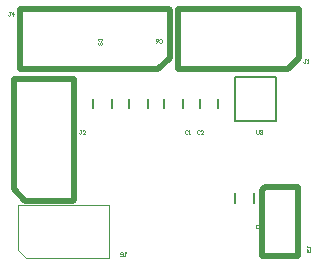
<source format=gto>
G04 Layer_Color=65535*
%FSLAX44Y44*%
%MOMM*%
G71*
G01*
G75*
%ADD25C,0.1000*%
%ADD26C,0.2000*%
%ADD27C,0.5000*%
D25*
X1478000Y950500D02*
Y960000D01*
Y922000D02*
Y931500D01*
Y922000D02*
X1485000Y915000D01*
X1478000Y931500D02*
Y950500D01*
Y960000D02*
X1555000D01*
Y915000D02*
Y960000D01*
X1485000Y915000D02*
X1555000D01*
X1568001Y917001D02*
X1569000D01*
X1568501D01*
Y919500D01*
X1569000Y920000D01*
X1569500D01*
X1570000Y919500D01*
X1565002Y917001D02*
X1567001D01*
Y918501D01*
X1566001Y918001D01*
X1565502D01*
X1565002Y918501D01*
Y919500D01*
X1565502Y920000D01*
X1566501D01*
X1567001Y919500D01*
X1621999Y1022499D02*
X1621499Y1022999D01*
X1620500D01*
X1620000Y1022499D01*
Y1020500D01*
X1620500Y1020000D01*
X1621499D01*
X1621999Y1020500D01*
X1622999Y1020000D02*
X1623999D01*
X1623499D01*
Y1022999D01*
X1622999Y1022499D01*
X1631999D02*
X1631499Y1022999D01*
X1630500D01*
X1630000Y1022499D01*
Y1020500D01*
X1630500Y1020000D01*
X1631499D01*
X1631999Y1020500D01*
X1634998Y1020000D02*
X1632999D01*
X1634998Y1021999D01*
Y1022499D01*
X1634498Y1022999D01*
X1633499D01*
X1632999Y1022499D01*
X1548689Y1098641D02*
X1549189Y1099140D01*
Y1100140D01*
X1548689Y1100640D01*
X1546690D01*
X1546190Y1100140D01*
Y1099140D01*
X1546690Y1098641D01*
X1548689Y1097641D02*
X1549189Y1097141D01*
Y1096141D01*
X1548689Y1095642D01*
X1548189D01*
X1547690Y1096141D01*
Y1096641D01*
Y1096141D01*
X1547190Y1095642D01*
X1546690D01*
X1546190Y1096141D01*
Y1097141D01*
X1546690Y1097641D01*
X1681999Y942499D02*
X1681499Y942999D01*
X1680500D01*
X1680000Y942499D01*
Y940500D01*
X1680500Y940000D01*
X1681499D01*
X1681999Y940500D01*
X1682999D02*
X1683499Y940000D01*
X1684498D01*
X1684998Y940500D01*
Y942499D01*
X1684498Y942999D01*
X1683499D01*
X1682999Y942499D01*
Y941999D01*
X1683499Y941499D01*
X1684998D01*
X1721999Y1082999D02*
X1721000D01*
X1721499D01*
Y1080500D01*
X1721000Y1080000D01*
X1720500D01*
X1720000Y1080500D01*
X1722999Y1080000D02*
X1723999D01*
X1723499D01*
Y1082999D01*
X1722999Y1082499D01*
X1531999Y1022999D02*
X1531000D01*
X1531499D01*
Y1020500D01*
X1531000Y1020000D01*
X1530500D01*
X1530000Y1020500D01*
X1534998Y1020000D02*
X1532999D01*
X1534998Y1021999D01*
Y1022499D01*
X1534498Y1022999D01*
X1533499D01*
X1532999Y1022499D01*
X1725627Y923323D02*
Y924322D01*
Y923822D01*
X1723128D01*
X1722628Y924322D01*
Y924822D01*
X1723128Y925322D01*
X1725127Y922323D02*
X1725627Y921823D01*
Y920824D01*
X1725127Y920324D01*
X1724627D01*
X1724128Y920824D01*
Y921323D01*
Y920824D01*
X1723628Y920324D01*
X1723128D01*
X1722628Y920824D01*
Y921823D01*
X1723128Y922323D01*
X1680000Y1022999D02*
Y1020500D01*
X1680500Y1020000D01*
X1681499D01*
X1681999Y1020500D01*
Y1022999D01*
X1682999Y1022499D02*
X1683499Y1022999D01*
X1684498D01*
X1684998Y1022499D01*
Y1021999D01*
X1684498Y1021499D01*
X1683999D01*
X1684498D01*
X1684998Y1021000D01*
Y1020500D01*
X1684498Y1020000D01*
X1683499D01*
X1682999Y1020500D01*
X1598001Y1097501D02*
X1598501Y1097001D01*
X1599500D01*
X1600000Y1097501D01*
Y1099500D01*
X1599500Y1100000D01*
X1598501D01*
X1598001Y1099500D01*
X1595002Y1097001D02*
X1596001Y1097501D01*
X1597001Y1098501D01*
Y1099500D01*
X1596501Y1100000D01*
X1595501D01*
X1595002Y1099500D01*
Y1099000D01*
X1595501Y1098501D01*
X1597001D01*
X1471999Y1122999D02*
X1471000D01*
X1471499D01*
Y1120500D01*
X1471000Y1120000D01*
X1470500D01*
X1470000Y1120500D01*
X1474498Y1120000D02*
Y1122999D01*
X1472999Y1121499D01*
X1474998D01*
D26*
X1618000Y1041750D02*
Y1049750D01*
X1602000Y1041750D02*
Y1049750D01*
X1662000Y1030750D02*
X1697000D01*
Y1068250D01*
X1662000Y1030750D02*
Y1068250D01*
X1697000D01*
X1678000Y961750D02*
Y969750D01*
X1662000Y961750D02*
Y969750D01*
X1648000Y1041750D02*
Y1049750D01*
X1632000Y1041750D02*
Y1049750D01*
X1588000Y1041750D02*
Y1049750D01*
X1572000Y1041750D02*
Y1049750D01*
X1558000Y1041750D02*
Y1049750D01*
X1542000Y1041750D02*
Y1049750D01*
D27*
X1715240Y916820D02*
Y975240D01*
X1684760Y916820D02*
X1715240D01*
X1684760D02*
Y972700D01*
X1687300Y975240D01*
X1715240D01*
X1716200Y1125400D02*
X1716600Y1125000D01*
Y1084200D02*
Y1125000D01*
X1707000Y1074600D02*
X1716600Y1084200D01*
X1690000Y1074600D02*
X1707000D01*
X1613800D02*
X1690000D01*
X1613800D02*
Y1125400D01*
X1715400D01*
X1525400Y964600D02*
Y1066200D01*
X1474600D02*
X1525400D01*
X1474600Y990000D02*
Y1066200D01*
Y973000D02*
Y990000D01*
Y973000D02*
X1484200Y963400D01*
X1525000D01*
X1525400Y963800D01*
X1606200Y1125400D02*
X1606600Y1125000D01*
Y1084200D02*
Y1125000D01*
X1597000Y1074600D02*
X1606600Y1084200D01*
X1580000Y1074600D02*
X1597000D01*
X1480000D02*
X1580000D01*
X1480000D02*
Y1125400D01*
X1605400D01*
M02*

</source>
